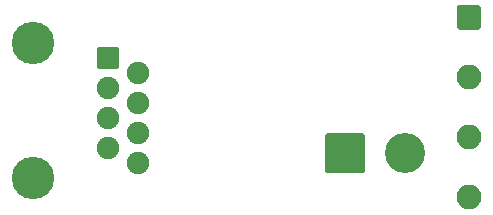
<source format=gbr>
G04 #@! TF.GenerationSoftware,KiCad,Pcbnew,5.99.0-unknown-13d3f57~88~ubuntu18.04.1*
G04 #@! TF.CreationDate,2020-04-02T10:06:32+03:00*
G04 #@! TF.ProjectId,adapter-por,61646170-7465-4722-9d70-6f722e6b6963,rev?*
G04 #@! TF.SameCoordinates,Original*
G04 #@! TF.FileFunction,Soldermask,Bot*
G04 #@! TF.FilePolarity,Negative*
%FSLAX46Y46*%
G04 Gerber Fmt 4.6, Leading zero omitted, Abs format (unit mm)*
G04 Created by KiCad (PCBNEW 5.99.0-unknown-13d3f57~88~ubuntu18.04.1) date 2020-04-02 10:06:32*
%MOMM*%
%LPD*%
G01*
G04 APERTURE LIST*
%ADD10O,2.100000X2.100000*%
%ADD11C,3.400000*%
%ADD12C,1.900000*%
%ADD13C,3.600000*%
G04 APERTURE END LIST*
G36*
G01*
X93315000Y-42895000D02*
X93315000Y-41195000D01*
G75*
G02*
X93515000Y-40995000I200000J0D01*
G01*
X95215000Y-40995000D01*
G75*
G02*
X95415000Y-41195000I0J-200000D01*
G01*
X95415000Y-42895000D01*
G75*
G02*
X95215000Y-43095000I-200000J0D01*
G01*
X93515000Y-43095000D01*
G75*
G02*
X93315000Y-42895000I0J200000D01*
G01*
G37*
D10*
X94365000Y-47125000D03*
X94365000Y-52205000D03*
X94365000Y-57285000D03*
G36*
G01*
X82165000Y-55045000D02*
X82165000Y-52045000D01*
G75*
G02*
X82365000Y-51845000I200000J0D01*
G01*
X85365000Y-51845000D01*
G75*
G02*
X85565000Y-52045000I0J-200000D01*
G01*
X85565000Y-55045000D01*
G75*
G02*
X85365000Y-55245000I-200000J0D01*
G01*
X82365000Y-55245000D01*
G75*
G02*
X82165000Y-55045000I0J200000D01*
G01*
G37*
D11*
X88945000Y-53545000D03*
D12*
X66345000Y-54360000D03*
X63805000Y-53090000D03*
X66345000Y-51820000D03*
X63805000Y-50550000D03*
X66345000Y-49280000D03*
X63805000Y-48010000D03*
X66345000Y-46740000D03*
G36*
G01*
X63055000Y-44520000D02*
X64555000Y-44520000D01*
G75*
G02*
X64755000Y-44720000I0J-200000D01*
G01*
X64755000Y-46220000D01*
G75*
G02*
X64555000Y-46420000I-200000J0D01*
G01*
X63055000Y-46420000D01*
G75*
G02*
X62855000Y-46220000I0J200000D01*
G01*
X62855000Y-44720000D01*
G75*
G02*
X63055000Y-44520000I200000J0D01*
G01*
G37*
D13*
X57455000Y-44200000D03*
X57455000Y-55630000D03*
M02*

</source>
